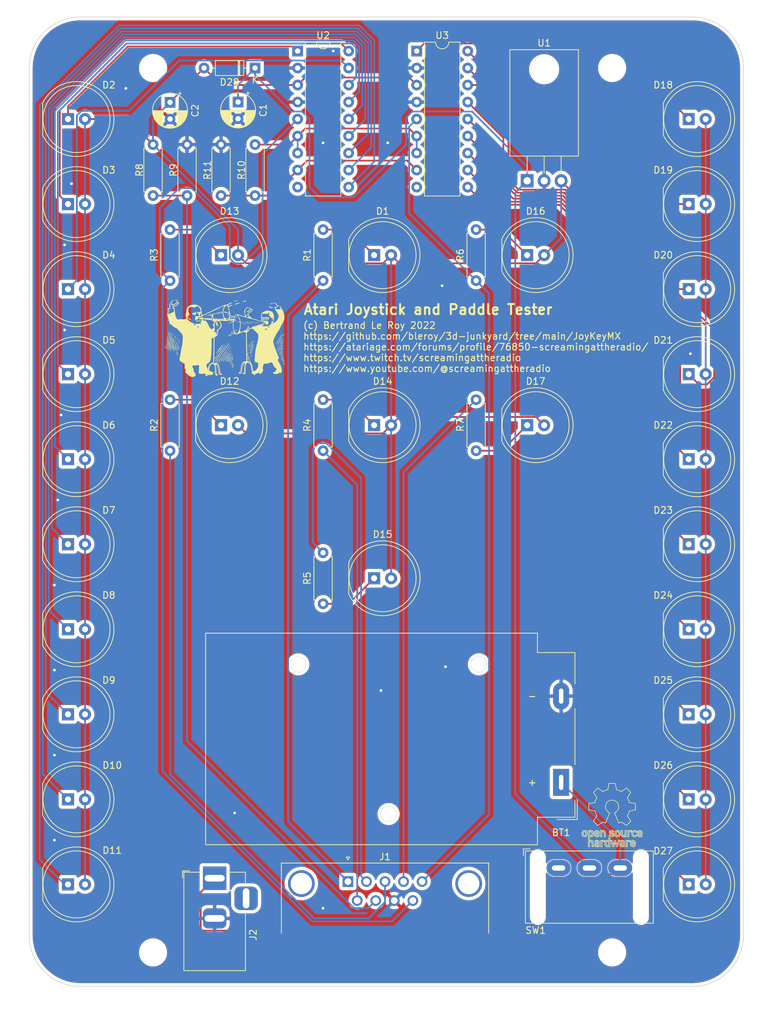
<source format=kicad_pcb>
(kicad_pcb (version 20211014) (generator pcbnew)
  (layers (0 "F.Cu" signal) (31 "B.Cu" signal) (34 "B.Paste" user) (35 "F.Paste" user) (36 "B.SilkS" user "B.Silkscreen") (37 "F.SilkS" user "F.Silkscreen") (38 "B.Mask" user) (39 "F.Mask" user) (44 "Edge.Cuts" user))
  (net 0 "")
  (net 1 "+9V")
  (net 2 "GND")
  (net 3 "9V")
  (net 4 "Net-(D1-Pad1)")
  (net 5 "Net-(D2-Pad1)")
  (net 6 "Net-(D3-Pad1)")
  (net 7 "Net-(D4-Pad1)")
  (net 8 "Net-(D5-Pad1)")
  (net 9 "Net-(D6-Pad1)")
  (net 10 "Net-(D7-Pad1)")
  (net 11 "Net-(D8-Pad1)")
  (net 12 "Net-(D9-Pad1)")
  (net 13 "Net-(D10-Pad1)")
  (net 14 "Net-(D11-Pad1)")
  (net 15 "Net-(D12-Pad1)")
  (net 16 "Net-(D13-Pad1)")
  (net 17 "Net-(D14-Pad1)")
  (net 18 "Net-(D15-Pad1)")
  (net 19 "Net-(D16-Pad1)")
  (net 20 "Net-(D17-Pad1)")
  (net 21 "Net-(D18-Pad1)")
  (net 22 "Net-(D19-Pad1)")
  (net 23 "Net-(D20-Pad1)")
  (net 24 "Net-(D21-Pad1)")
  (net 25 "Net-(D22-Pad1)")
  (net 26 "Net-(D23-Pad1)")
  (net 27 "Net-(D24-Pad1)")
  (net 28 "Net-(D25-Pad1)")
  (net 29 "Net-(D26-Pad1)")
  (net 30 "Net-(D27-Pad1)")
  (net 31 "UP")
  (net 32 "DOWN")
  (net 33 "LEFT")
  (net 34 "RIGHT")
  (net 35 "RIGHT PADDLE & FIRE")
  (net 36 "FIRE")
  (net 37 "5V")
  (net 38 "LEFT PADDLE & FIRE")
  (net 39 "Net-(BT1-Pad1)")
  (net 40 "REF OUT")
  (net 41 "REF ADJ")
  (footprint "Capacitor_THT:CP_Radial_D5.0mm_P2.50mm" (layer "F.Cu") (at 81.28 53.34 -90)
    (fp_text reference "C1")
    (fp_text value "10uF")
  )
  (footprint "LED_THT:LED_D10.0mm" (layer "F.Cu") (at 55.88 106.68)
    (fp_text reference "D6")
    (fp_text value "LED")
  )
  (footprint "Diode_THT:D_DO-35_SOD27_P7.62mm_Horizontal" (layer "F.Cu") (at 83.82 48.26 180)
    (fp_text reference "D28")
    (fp_text value "1N914")
  )
  (footprint "MountingHole:MountingHole_3.2mm_M3" (layer "F.Cu") (at 137.16 48.26)
    (fp_text reference "REF**" hide)
    (fp_text value "MountingHole_3.2mm_M3")
  )
  (footprint "Resistor_THT:R_Axial_DIN0207_L6.3mm_D2.5mm_P7.62mm_Horizontal" (layer "F.Cu") (at 93.98 105.41 90)
    (fp_text reference "R4")
    (fp_text value "1k")
  )
  (footprint "MountingHole:MountingHole_3.2mm_M3" (layer "F.Cu") (at 68.58 48.26)
    (fp_text reference "REF**" hide)
    (fp_text value "MountingHole_3.2mm_M3")
  )
  (footprint "LED_THT:LED_D10.0mm" (layer "F.Cu") (at 55.88 119.38)
    (fp_text reference "D7")
    (fp_text value "LED")
  )
  (footprint "LED_THT:LED_D10.0mm" (layer "F.Cu") (at 55.88 144.78)
    (fp_text reference "D9")
    (fp_text value "LED")
  )
  (footprint "Connector_Dsub:DSUB-9_Male_Horizontal_P2.77x2.84mm_EdgePinOffset4.94mm_Housed_MountingHolesOffset7.48mm" (layer "F.Cu") (at 97.69 169.754669)
    (fp_text reference "J1")
    (fp_text value "DB9_Male")
  )
  (footprint "LED_THT:LED_D10.0mm" (layer "F.Cu") (at 55.88 68.58)
    (fp_text reference "D3")
    (fp_text value "LED")
  )
  (footprint "MountingHole:MountingHole_3.2mm_M3" (layer "F.Cu") (at 137.16 180.34)
    (fp_text reference "REF**" hide)
    (fp_text value "MountingHole_3.2mm_M3")
  )
  (footprint "LED_THT:LED_D10.0mm" (layer "F.Cu") (at 124.46 76.2)
    (fp_text reference "D16")
    (fp_text value "LED")
  )
  (footprint "Resistor_THT:R_Axial_DIN0207_L6.3mm_D2.5mm_P7.62mm_Horizontal" (layer "F.Cu") (at 93.98 128.27 90)
    (fp_text reference "R5")
    (fp_text value "1k")
  )
  (footprint "LED_THT:LED_D10.0mm" (layer "F.Cu") (at 55.88 170.18)
    (fp_text reference "D11")
    (fp_text value "LED")
  )
  (footprint "Resistor_THT:R_Axial_DIN0207_L6.3mm_D2.5mm_P7.62mm_Horizontal" (layer "F.Cu") (at 116.84 105.41 90)
    (fp_text reference "R7")
    (fp_text value "1k")
  )
  (footprint "LED_THT:LED_D10.0mm" (layer "F.Cu") (at 55.88 157.48)
    (fp_text reference "D10")
    (fp_text value "LED")
  )
  (footprint "Package_DIP:DIP-18_W7.62mm" (layer "F.Cu") (at 107.96 45.72)
    (fp_text reference "U3")
    (fp_text value "LM3914V")
  )
  (footprint "LED_THT:LED_D10.0mm" (layer "F.Cu") (at 148.59 119.38)
    (fp_text reference "D23")
    (fp_text value "LED")
  )
  (footprint "Capacitor_THT:CP_Radial_D5.0mm_P2.50mm" (layer "F.Cu") (at 71.12 53.38 -90)
    (fp_text reference "C2")
    (fp_text value "1uF")
  )
  (footprint "LED_THT:LED_D10.0mm" (layer "F.Cu") (at 78.74 76.2)
    (fp_text reference "D13")
    (fp_text value "LED")
  )
  (footprint "LED_THT:LED_D10.0mm" (layer "F.Cu") (at 148.59 93.98)
    (fp_text reference "D21")
    (fp_text value "LED")
  )
  (footprint "LED_THT:LED_D10.0mm" (layer "F.Cu") (at 124.46 101.6)
    (fp_text reference "D17")
    (fp_text value "LED")
  )
  (footprint "Package_TO_SOT_THT:TO-220-3_Horizontal_TabDown" (layer "F.Cu") (at 124.46 65.1)
    (fp_text reference "U1")
    (fp_text value "LM7809_TO220")
  )
  (footprint "LED_THT:LED_D10.0mm" (layer "F.Cu") (at 55.88 81.28)
    (fp_text reference "D4")
    (fp_text value "LED")
  )
  (footprint "Resistor_THT:R_Axial_DIN0207_L6.3mm_D2.5mm_P7.62mm_Horizontal" (layer "F.Cu") (at 116.84 80.01 90)
    (fp_text reference "R6")
    (fp_text value "1k")
  )
  (footprint "Library:OSH_logo" (layer "F.Cu") (at 137.16 158.496)
    (fp_text reference "REF**" hide)
    (fp_text value "OSH_logo")
  )
  (footprint "LED_THT:LED_D10.0mm" (layer "F.Cu") (at 148.59 157.48)
    (fp_text reference "D26")
    (fp_text value "LED")
  )
  (footprint "LED_THT:LED_D10.0mm" (layer "F.Cu") (at 101.6 76.2)
    (fp_text reference "D1")
    (fp_text value "LED")
  )
  (footprint "Resistor_THT:R_Axial_DIN0207_L6.3mm_D2.5mm_P7.62mm_Horizontal" (layer "F.Cu") (at 78.74 67.31 90)
    (fp_text reference "R11")
    (fp_text value "3.83k")
  )
  (footprint "Library:ScreamingLogo" (layer "F.Cu") (at 79.381778 87.557601)
    (fp_text reference "G***" hide)
    (fp_text value "LOGO" hide)
  )
  (footprint "LED_THT:LED_D10.0mm" (layer "F.Cu") (at 148.59 144.78)
    (fp_text reference "D25")
    (fp_text value "LED")
  )
  (footprint "LED_THT:LED_D10.0mm" (layer "F.Cu") (at 148.59 81.28)
    (fp_text reference "D20")
    (fp_text value "LED")
  )
  (footprint "LED_THT:LED_D10.0mm" (layer "F.Cu") (at 55.88 55.88)
    (fp_text reference "D2")
    (fp_text value "LED")
  )
  (footprint "LED_THT:LED_D10.0mm" (layer "F.Cu") (at 148.59 170.18)
    (fp_text reference "D27")
    (fp_text value "LED")
  )
  (footprint "Package_DIP:DIP-18_W7.62mm" (layer "F.Cu") (at 90.18 45.72)
    (fp_text reference "U2")
    (fp_text value "LM3914V")
  )
  (footprint "LED_THT:LED_D10.0mm" (layer "F.Cu") (at 101.6 124.46)
    (fp_text reference "D15")
    (fp_text value "LED")
  )
  (footprint "LED_THT:LED_D10.0mm" (layer "F.Cu") (at 55.88 93.98)
    (fp_text reference "D5")
    (fp_text value "LED")
  )
  (footprint "LED_THT:LED_D10.0mm" (layer "F.Cu") (at 148.59 68.58)
    (fp_text reference "D19")
    (fp_text value "LED")
  )
  (footprint "Resistor_THT:R_Axial_DIN0207_L6.3mm_D2.5mm_P7.62mm_Horizontal" (layer "F.Cu") (at 73.66 67.31 90)
    (fp_text reference "R9")
    (fp_text value "1.25k")
  )
  (footprint "Resistor_THT:R_Axial_DIN0207_L6.3mm_D2.5mm_P7.62mm_Horizontal" (layer "F.Cu") (at 93.98 80.01 90)
    (fp_text reference "R1")
    (fp_text value "1k")
  )
  (footprint "LED_THT:LED_D10.0mm" (layer "F.Cu") (at 148.59 106.68)
    (fp_text reference "D22")
    (fp_text value "LED")
  )
  (footprint "Resistor_THT:R_Axial_DIN0207_L6.3mm_D2.5mm_P7.62mm_Horizontal" (layer "F.Cu") (at 71.12 80.01 90)
    (fp_text reference "R3")
    (fp_text value "1k")
  )
  (footprint "MountingHole:MountingHole_3.2mm_M3" (layer "F.Cu") (at 68.58 180.34)
    (fp_text reference "REF**" hide)
    (fp_text value "MountingHole_3.2mm_M3")
  )
  (footprint "LED_THT:LED_D10.0mm" (layer "F.Cu") (at 148.59 55.88)
    (fp_text reference "D18")
    (fp_text value "LED")
  )
  (footprint "Library:Slide Switch 3-pin" (layer "F.Cu") (at 129.154 167.729)
    (fp_text reference "SW1")
    (fp_text value "SWITCH" hide)
  )
  (footprint "Connector_BarrelJack:BarrelJack_Horizontal" (layer "F.Cu") (at 77.7825 169.26 90)
    (fp_text reference "J2")
    (fp_text value "Barrel_Jack")
  )
  (footprint "Resistor_THT:R_Axial_DIN0207_L6.3mm_D2.5mm_P7.62mm_Horizontal" (layer "F.Cu") (at 83.82 59.69 -90)
    (fp_text reference "R10")
    (fp_text value "1.21k")
  )
  (footprint "Resistor_THT:R_Axial_DIN0207_L6.3mm_D2.5mm_P7.62mm_Horizontal" (layer "F.Cu") (at 68.58 59.69 -90)
    (fp_text reference "R8")
    (fp_text value "1k")
  )
  (footprint "LED_THT:LED_D10.0mm" (layer "F.Cu") (at 148.59 132.08)
    (fp_text reference "D24")
    (fp_text value "LED")
  )
  (footprint "Battery:BatteryHolder_MPD_BA9VPC_1xPP3" (layer "F.Cu") (at 129.54 154.94 180)
    (fp_text reference "BT1")
    (fp_text value "9V")
  )
  (footprint "LED_THT:LED_D10.0mm" (layer "F.Cu") (at 55.88 132.08)
    (fp_text reference "D8")
    (fp_text value "LED")
  )
  (footprint "LED_THT:LED_D10.0mm" (layer "F.Cu") (at 101.6 101.6)
    (fp_text reference "D14")
    (fp_text value "LED")
  )
  (footprint "LED_THT:LED_D10.0mm" (layer "F.Cu") (at 78.74 101.6)
    (fp_text reference "D12")
    (fp_text value "LED")
  )
  (footprint "Resistor_THT:R_Axial_DIN0207_L6.3mm_D2.5mm_P7.62mm_Horizontal" (layer "F.Cu") (at 71.12 105.41 90)
    (fp_text reference "R2")
    (fp_text value "1k")
  )
  (gr_line (start 149.152154 40.64) (end 57.712154 40.64) (layer "Edge.Cuts") (width 0.1))
  (gr_line (start 156.772154 177.8) (end 156.772154 48.26) (layer "Edge.Cuts") (width 0.1))
  (gr_arc (start 57.712154 185.42) (mid 52.324 183.188154) (end 50.092154 177.8) (layer "Edge.Cuts") (width 0.1))
  (gr_arc (start 156.772154 177.8) (mid 154.540308 183.188154) (end 149.152154 185.42) (layer "Edge.Cuts") (width 0.1))
  (gr_line (start 57.712154 185.42) (end 149.152154 185.42) (layer "Edge.Cuts") (width 0.1))
  (gr_arc (start 149.152154 40.64) (mid 154.540308 42.871846) (end 156.772154 48.26) (layer "Edge.Cuts") (width 0.1))
  (gr_line (start 50.092154 48.26) (end 50.092154 177.8) (layer "Edge.Cuts") (width 0.1))
  (gr_arc (start 50.092154 48.26) (mid 52.324 42.871846) (end 57.712154 40.64) (layer "Edge.Cuts") (width 0.1))
  (gr_text "(c) Bertrand Le Roy 2022\nhttps://github.com/bleroy/3d-junkyard/tree/main/JoyKeyMX\nhttps://atariage.com/forums/profile/76850-screamingattheradio/\nhttps://www.twitch.tv/screamingattheradio\nhttps://www.youtube.com/@screamingattheradio" (at 90.932 89.916) (layer "F.SilkS") (effects (font (size 1 1)) (justify left)))
  (gr_text "Atari Joystick and Paddle Tester" (at 90.932 84.328) (layer "F.SilkS") (effects (font (size 1.5 1.5) (thickness 0.3)) (justify left)))
  (segment (start 107.296511 54.755489) (end 116.223489 54.755489) (width 0.25) (layer "B.Cu") (net 1))
  (segment (start 81.28 53.34) (end 81.28 50.8) (width 0.25) (layer "B.Cu") (net 1))
  (segment (start 91.948 55.88) (end 91.948 66.04) (width 0.25) (layer "B.Cu") (net 1))
  (segment (start 133.713 167.729) (end 122.692 156.708) (width 0.25) (layer "B.Cu") (net 1))
  (segment (start 90.823489 54.755489) (end 91.948 55.88) (width 0.25) (layer "B.Cu") (net 1))
  (segment (start 124.46 62.992) (end 124.46 65.1) (width 0.25) (layer "B.Cu") (net 1))
  (segment (start 89.265489 54.755489) (end 90.823489 54.755489) (width 0.25) (layer "B.Cu") (net 1))
  (segment (start 83.82 48.26) (end 83.82 49.31) (width 0.25) (layer "B.Cu") (net 1))
  (segment (start 116.223489 54.755489) (end 124.46 62.992) (width 0.25) (layer "B.Cu") (net 1))
  (segment (start 93.472 67.564) (end 98.552 67.564) (width 0.25) (layer "B.Cu") (net 1))
  (segment (start 133.754 167.729) (end 133.713 167.729) (width 0.25) (layer "B.Cu") (net 1))
  (segment (start 106.385969 55.666031) (end 107.296511 54.755489) (width 0.25) (layer "B.Cu") (net 1))
  (segment (start 106.385969 59.730031) (end 106.385969 55.666031) (width 0.25) (layer "B.Cu") (net 1))
  (segment (start 81.28 50.8) (end 83.82 48.26) (width 0.25) (layer "B.Cu") (net 1))
  (segment (start 91.948 66.04) (end 93.472 67.564) (width 0.25) (layer "B.Cu") (net 1))
  (segment (start 98.552 67.564) (end 106.385969 59.730031) (width 0.25) (layer "B.Cu") (net 1))
  (segment (start 83.82 49.31) (end 89.265489 54.755489) (width 0.25) (layer "B.Cu") (net 1))
  (segment (start 124.46 65.1) (end 122.692 66.868) (width 0.25) (layer "B.Cu") (net 1))
  (segment (start 122.692 66.868) (end 122.692 156.708) (width 0.25) (layer "B.Cu") (net 1))
  (via (at 93.98 173.736) (size 0.8) (drill 0.4) (layers "F.Cu" "B.Cu") (net 2))
  (via (at 95.504 45.72) (size 0.8) (drill 0.4) (layers "F.Cu" "B.Cu") (net 2))
  (via (at 55.372 74.676) (size 0.8) (drill 0.4) (layers "F.Cu" "B.Cu") (net 2))
  (via (at 102.616 141.224) (size 0.8) (drill 0.4) (layers "F.Cu" "B.Cu") (net 2))
  (via (at 111.76 80.772) (size 0.8) (drill 0.4) (layers "F.Cu" "B.Cu") (net 2))
  (via (at 80.772 159.512) (size 0.8) (drill 0.4) (layers "F.Cu" "B.Cu") (net 2))
  (via (at 64.516 51.308) (size 0.8) (drill 0.4) (layers "F.Cu" "B.Cu") (net 2))
  (via (at 112.268 137.668) (size 0.8) (drill 0.4) (layers "F.Cu" "B.Cu") (net 2))
  (via (at 148.844 90.932) (size 0.8) (drill 0.4) (layers "F.Cu" "B.Cu") (net 2))
  (via (at 54.864 100.076) (size 0.8) (drill 0.4) (layers "F.Cu" "B.Cu") (net 2))
  (via (at 53.848 138.176) (size 0.8) (drill 0.4) (layers "F.Cu" "B.Cu") (net 2))
  (via (at 53.848 163.576) (size 0.8) (drill 0.4) (layers "F.Cu" "B.Cu") (net 2))
  (via (at 56.388 65.532) (size 0.8) (drill 0.4) (layers "F.Cu" "B.Cu") (net 2))
  (via (at 93.98 59.436) (size 0.8) (drill 0.4) (layers "F.Cu" "B.Cu") (net 2))
  (via (at 55.372 87.376) (size 0.8) (drill 0.4) (layers "F.Cu" "B.Cu") (net 2))
  (via (at 53.848 125.476) (size 0.8) (drill 0.4) (layers "F.Cu" "B.Cu") (net 2))
  (via (at 54.356 112.776) (size 0.8) (drill 0.4) (layers "F.Cu" "B.Cu") (net 2))
  (via (at 103.632 59.436) (size 0.8) (drill 0.4) (layers "F.Cu" "B.Cu") (net 2))
  (via (at 53.848 150.876) (size 0.8) (drill 0.4) (layers "F.Cu" "B.Cu") (net 2))
  (segment (start 102.915489 77.424511) (end 82.504511 77.424511) (width 0.25) (layer "F.Cu") (net 3))
  (segment (start 129.54 65.1475) (end 151.13 86.7375) (width 0.25) (layer "F.Cu") (net 3))
  (segment (start 64.77 55.88) (end 68.58 59.69) (width 0.25) (layer "F.Cu") (net 3))
  (segment (start 151.13 86.7375) (end 151.13 93.98) (width 0.25) (layer "F.Cu") (net 3))
  (segment (start 58.42 55.88) (end 64.77 55.88) (width 0.25) (layer "F.Cu") (net 3))
  (segment (start 104.14 76.2) (end 102.915489 77.424511) (width 0.25) (layer "F.Cu") (net 3))
  (segment (start 71.12 53.38) (end 71.12 53.34) (width 0.25) (layer "F.Cu") (net 3))
  (segment (start 90.18 50.8) (end 78.74 50.8) (width 0.25) (layer "F.Cu") (net 3))
  (segment (start 91.304511 49.675489) (end 106.835489 49.675489) (width 0.25) (layer "F.Cu") (net 3))
  (segment (start 104.14 76.2) (end 105.364511 77.424511) (width 0.25) (layer "F.Cu") (net 3))
  (segment (start 105.364511 100.375489) (end 125.775489 100.375489) (width 0.25) (layer "F.Cu") (net 3))
  (segment (start 104.14 101.6) (end 105.364511 100.375489) (width 0.25) (layer "F.Cu") (net 3))
  (segment (start 78.74 50.8) (end 76.2 48.26) (width 0.25) (layer "F.Cu") (net 3))
  (segment (start 82.504511 77.424511) (end 81.28 76.2) (width 0.25) (layer "F.Cu") (net 3))
  (segment (start 125.775489 77.424511) (end 127 76.2) (width 0.25) (layer "F.Cu") (net 3))
  (segment (start 90.18 50.8) (end 91.304511 49.675489) (width 0.25) (layer "F.Cu") (net 3))
  (segment (start 81.28 101.6) (end 82.504511 102.824511) (width 0.25) (layer "F.Cu") (net 3))
  (segment (start 71.12 53.34) (end 76.2 48.26) (width 0.25) (layer "F.Cu") (net 3))
  (segment (start 105.364511 77.424511) (end 125.775489 77.424511) (width 0.25) (layer "F.Cu") (net 3))
  (segment (start 102.915489 102.824511) (end 104.14 101.6) (width 0.25) (layer "F.Cu") (net 3))
  (segment (start 106.835489 49.675489) (end 107.96 50.8) (width 0.25) (layer "F.Cu") (net 3))
  (segment (start 129.54 65.1) (end 129.54 65.1475) (width 0.25) (layer "F.Cu") (net 3))
  (segment (start 125.775489 100.375489) (end 127 101.6) (width 0.25) (layer "F.Cu") (net 3))
  (segment (start 82.504511 102.824511) (end 102.915489 102.824511) (width 0.25) (layer "F.Cu") (net 3))
  (segment (start 68.58 59.69) (end 68.58 55.92) (width 0.25) (layer "B.Cu") (net 3))
  (segment (start 58.42 157.48) (end 58.42 170.18) (width 0.25) (layer "B.Cu") (net 3))
  (segment (start 151.13 81.28) (end 151.13 93.98) (width 0.25) (layer "B.Cu") (net 3))
  (segment (start 104.14 76.2) (end 104.14 101.6) (width 0.25) (layer "B.Cu") (net 3))
  (segment (start 81.28 72.39) (end 81.28 76.2) (width 0.25) (layer "B.Cu") (net 3))
  (segment (start 104.14 101.6) (end 104.14 124.46) (width 0.25) (layer "B.Cu") (net 3))
  (segment (start 151.13 157.48) (end 151.13 170.18) (width 0.25) (layer "B.Cu") (net 3))
  (segment (start 151.13 55.88) (end 151.13 68.58) (width 0.25) (layer "B.Cu") (net 3))
  (segment (start 58.42 93.98) (end 58.42 106.68) (width 0.25) (layer "B.Cu") (net 3))
  (segment (start 68.58 59.69) (end 81.28 72.39) (width 0.25) (layer "B.Cu") (net 3))
  (segment (start 58.42 119.38) (end 58.42 132.08) (width 0.25) (layer "B.Cu") (net 3))
  (segment (start 58.42 55.88) (end 58.42 68.58) (width 0.25) (layer "B.Cu") (net 3))
  (segment (start 68.58 55.92) (end 71.12 53.38) (width 0.25) (layer "B.Cu") (net 3))
  (segment (start 151.13 119.38) (end 151.13 132.08) (width 0.25) (layer "B.Cu") (net 3))
  (segment (start 151.13 93.98) (end 151.13 106.68) (width 0.25) (layer "B.Cu") (net 3))
  (segment (start 151.13 144.78) (end 151.13 157.48) (width 0.25) (layer "B.Cu") (net 3))
  (segment (start 58.42 144.78) (end 58.42 157.48) (width 0.25) (layer "B.Cu") (net 3))
  (segment (start 129.54 65.1) (end 129.54 73.66) (width 0.25) (layer "B.Cu") (net 3))
  (segment (start 58.42 106.68) (end 58.42 119.38) (width 0.25) (layer "B.Cu") (net 3))
  (segment (start 58.42 68.58) (end 58.42 81.28) (width 0.25) (layer "B.Cu") (net 3))
  (segment (start 151.13 132.08) (end 151.13 144.78) (width 0.25) (layer "B.Cu") (net 3))
  (segment (start 151.13 106.68) (end 151.13 119.38) (width 0.25) (layer "B.Cu") (net 3))
  (segment (start 58.42 132.08) (end 58.42 144.78) (width 0.25) (layer "B.Cu") (net 3))
  (segment (start 129.54 73.66) (end 127 76.2) (width 0.25) (layer "B.Cu") (net 3))
  (segment (start 151.13 68.58) (end 151.13 81.28) (width 0.25) (layer "B.Cu") (net 3))
  (segment (start 58.42 81.28) (end 58.42 93.98) (width 0.25) (layer "B.Cu") (net 3))
  (segment (start 97.79 72.39) (end 101.6 76.2) (width 0.25) (layer "F.Cu") (net 4))
  (segment (start 93.98 72.39) (end 97.79 72.39) (width 0.25) (layer "F.Cu") (net 4))
  (segment (start 64.810709 45.045009) (end 89.505009 45.045009) (width 0.25) (layer "F.Cu") (net 5))
  (segment (start 55.88 53.975718) (end 64.810709 45.045009) (width 0.25) (layer "F.Cu") (net 5))
  (segment (start 55.88 55.88) (end 55.88 53.975718) (width 0.25) (layer "F.Cu") (net 5))
  (segment (start 89.505009 45.045009) (end 90.18 45.72) (width 0.25) (layer "F.Cu") (net 5))
  (segment (start 54.655489 67.355489) (end 55.88 68.58) (width 0.25) (layer "F.Cu") (net 6))
  (segment (start 97.8 45.72) (end 96.675489 44.595489) (width 0.25) (layer "F.Cu") (net 6))
  (segment (start 64.624511 44.595489) (end 54.655489 54.564511) (width 0.25) (layer "F.Cu") (net 6))
  (segment (start 54.655489 54.564511) (end 54.655489 67.355489) (width 0.25) (layer "F.Cu") (net 6))
  (segment (start 96.675489 44.595489) (end 64.624511 44.595489) (width 0.25) (layer "F.Cu") (net 6))
  (segment (start 97.8 48.26) (end 96.675489 47.135489) (width 0.25) (layer "B.Cu") (net 7))
  (segment (start 96.675489 47.135489) (end 72.496906 47.135489) (width 0.25) (layer "B.Cu") (net 7))
  (segment (start 72.496906 47.135489) (end 64.976906 54.655489) (width 0.25) (layer "B.Cu") (net 7))
  (segment (start 57.195489 55.37279) (end 57.195489 79.964511) (width 0.25) (layer "B.Cu") (net 7))
  (segment (start 57.195489 79.964511) (end 55.88 81.28) (width 0.25) (layer "B.Cu") (net 7))
  (segment (start 57.91279 54.655489) (end 57.195489 55.37279) (width 0.25) (layer "B.Cu") (net 7))
  (segment (start 64.976906 54.655489) (end 57.91279 54.655489) (width 0.25) (layer "B.Cu") (net 7))
  (segment (start 64.624511 44.595489) (end 98.265789 44.595489) (width 0.25) (layer "B.Cu") (net 8))
  (segment (start 54.356 54.864) (end 64.624511 44.595489) (width 0.25) (layer "B.Cu") (net 8))
  (segment (start 98.924511 49.675489) (end 97.8 50.8) (width 0.25) (layer "B.Cu") (net 8))
  (segment (start 54.356 92.456) (end 54.356 54.864) (width 0.25) (layer "B.Cu") (net 8))
  (segment (start 98.265789 44.595489) (end 98.924511 45.254211) (width 0.25) (layer "B.Cu") (net 8))
  (segment (start 98.924511 45.254211) (end 98.924511 49.675489) (width 0.25) (layer "B.Cu") (net 8))
  (segment (start 55.88 93.98) (end 54.356 92.456) (width 0.25) (layer "B.Cu") (net 8))
  (segment (start 97.8 53.34) (end 99.374031 51.765969) (width 0.25) (layer "B.Cu") (net 9))
  (segment (start 99.374031 45.068013) (end 98.451986 44.145969) (width 0.25) (layer "B.Cu") (net 9))
  (segment (start 64.438314 44.145969) (end 53.90648 54.677802) (width 0.25) (layer "B.Cu") (net 9))
  (segment (start 99.374031 51.765969) (end 99.374031 45.068013) (width 0.25) (layer "B.Cu") (net 9))
  (segment (start 98.451986 44.145969) (end 64.438314 44.145969) (width 0.25) (layer "B.Cu") (net 9))
  (segment (start 53.90648 54.677802) (end 53.90648 104.70648) (width 0.25) (layer "B.Cu") (net 9))
  (segment (start 53.90648 104.70648) (end 55.88 106.68) (width 0.25) (layer "B.Cu") (net 9))
  (segment (start 99.823551 53.856449) (end 99.82355 44.881815) (width 0.25) (layer "B.Cu") (net 10))
  (segment (start 97.8 55.88) (end 99.823551 53.856449) (width 0.25) (layer "B.Cu") (net 10))
  (segment (start 64.252117 43.696449) (end 53.45696 54.491604) (width 0.25) (layer "B.Cu") (net 10))
  (segment (start 99.82355 44.881815) (end 98.638184 43.696449) (width 0.25) (layer "B.Cu") (net 10))
  (segment (start 53.45696 116.95696) (end 55.88 119.38) (width 0.25) (layer "B.Cu") (net 10))
  (segment (start 98.638184 43.696449) (end 64.252117 43.696449) (width 0.25) (layer "B.Cu") (net 10))
  (segment (start 53.45696 54.491604) (end 53.45696 116.95696) (width 0.25) (layer "B.Cu") (net 10))
  (segment (start 55.88 132.08) (end 53.00744 129.20744) (width 0.25) (layer "B.Cu") (net 11))
  (segment (start 53.00744 54.30541) (end 64.06592 43.246929) (width 0.25) (layer "B.Cu") (net 11))
  (segment (start 100.273071 55.946929) (end 97.8 58.42) (width 0.25) (layer "B.Cu") (net 11))
  (segment (start 100.273071 44.695618) (end 100.273071 55.946929) (width 0.25) (layer "B.Cu") (net 11))
  (segment (start 64.06592 43.246929) (end 98.824382 43.246929) (width 0.25) (layer "B.Cu") (net 11))
  (segment (start 53.00744 129.20744) (end 53.00744 54.30541) (width 0.25) (layer "B.Cu") (net 11))
  (segment (start 98.824382 43.246929) (end 100.273071 44.695618) (width 0.25) (layer "B.Cu") (net 11))
  (segment (start 52.55792 141.45792) (end 55.88 144.78) (width 0.25) (layer "B.Cu") (net 12))
  (segment (start 52.55792 54.119212) (end 52.55792 141.45792) (width 0.25) (layer "B.Cu") (net 12))
  (segment (start 99.01058 42.797409) (end 63.879723 42.797409) (width 0.25) (layer "B.Cu") (net 12))
  (segment (start 63.879723 42.797409) (end 52.55792 54.119212) (width 0.25) (layer "B.Cu") (net 12))
  (segment (start 100.722591 58.037409) (end 100.722591 44.50942) (width 0.25) (layer "B.Cu") (net 12))
  (segment (start 100.722591 44.50942) (end 99.01058 42.797409) (width 0.25) (layer "B.Cu") (net 12))
  (segment (start 97.8 60.96) (end 100.722591 58.037409) (width 0.25) (layer "B.Cu") (net 12))
  (segment (start 99.196777 42.347889) (end 63.693526 42.347889) (width 0.25) (layer "B.Cu") (net 13))
  (segment (start 52.1084 53.933015) (end 52.1084 153.7084) (width 0.25) (layer "B.Cu") (net 13))
  (segment (start 63.693526 42.347889) (end 52.1084 53.933015) (width 0.25) (layer "B.Cu") (net 13))
  (segment (start 52.1084 153.7084) (end 55.88 157.48) (width 0.25) (layer "B.Cu") (net 13))
  (segment (start 101.172111 60.127889) (end 101.172111 44.323223) (width 0.25) (layer "B.Cu") (net 13))
  (segment (start 101.172111 44.323223) (end 99.196777 42.347889) (width 0.25) (layer "B.Cu") (net 13))
  (segment (start 97.8 63.5) (end 101.172111 60.127889) (width 0.25) (layer "B.Cu") (net 13))
  (segment (start 51.65888 53.746818) (end 51.65888 166.46688) (width 0.25) (layer "B.Cu") (net 14))
  (segment (start 101.621631 62.218369) (end 101.621631 44.137026) (width 0.25) (layer "B.Cu") (net 14))
  (segment (start 99.382974 41.898369) (end 63.507329 41.898369) (width 0.25) (layer "B.Cu") (net 14))
  (segment (start 101.621631 44.137026) (end 99.382974 41.898369) (width 0.25) (layer "B.Cu") (net 14))
  (segment (start 97.8 66.04) (end 101.621631 62.218369) (width 0.25) (layer "B.Cu") (net 14))
  (segment (start 55.372 170.18) (end 55.88 170.18) (width 0.25) (layer "B.Cu") (net 14))
  (segment (start 63.507329 41.898369) (end 51.65888 53.746818) (width 0.25) (layer "B.Cu") (net 14))
  (segment (start 51.65888 166.46688) (end 55.372 170.18) (width 0.25) (layer "B.Cu") (net 14))
  (segment (start 74.93 97.79) (end 78.74 101.6) (width 0.25) (layer "F.Cu") (net 15))
  (segment (start 71.12 97.79) (end 74.93 97.79) (width 0.25) (layer "F.Cu") (net 15))
  (segment (start 71.12 72.39) (end 74.93 72.39) (width 0.25) (layer "F.Cu") (net 16))
  (segment (start 74.93 72.39) (end 78.74 76.2) (width 0.25) (layer "F.Cu") (net 16))
  (segment (start 97.79 97.79) (end 101.6 101.6) (width 0.25) (layer "F.Cu") (net 17))
  (segment (start 93.98 97.79) (end 97.79 97.79) (width 0.25) (layer "F.Cu") (net 17))
  (segment (start 93.98 128.27) (end 97.79 128.27) (width 0.25) (layer "F.Cu") (net 18))
  (segment (start 97.79 128.27) (end 101.6 124.46) (width 0.25) (layer "F.Cu") (net 18))
  (segment (start 116.84 72.39) (end 120.65 72.39) (width 0.25) (layer "F.Cu") (net 19))
  (segment (start 120.65 72.39) (end 124.46 76.2) (width 0.25) (layer "F.Cu") (net 19))
  (segment (start 120.65 105.41) (end 124.46 101.6) (width 0.25) (layer "F.Cu") (net 20))
  (segment (start 116.84 105.41) (end 120.65 105.41) (width 0.25) (layer "F.Cu") (net 20))
  (segment (start 107.96 45.72) (end 109.084511 44.595489) (width 0.25) (layer "F.Cu") (net 21))
  (segment (start 137.305489 44.595489) (end 148.59 55.88) (width 0.25) (layer "F.Cu") (net 21))
  (segment (start 109.084511 44.595489) (end 137.305489 44.595489) (width 0.25) (layer "F.Cu") (net 21))
  (segment (start 138.44 68.58) (end 148.59 68.58) (width 0.25) (layer "F.Cu") (net 22))
  (segment (start 115.58 45.72) (end 138.44 68.58) (width 0.25) (layer "F.Cu") (net 22))
  (segment (start 148.59 81.27) (end 148.59 81.28) (width 0.25) (layer "F.Cu") (net 23))
  (segment (start 146.943936 81.28) (end 132.150629 66.486693) (width 0.25) (layer "F.Cu") (net 23))
  (segment (start 115.58 48.26) (end 132.150629 64.830629) (width 0.25) (layer "F.Cu") (net 23))
  (segment (start 148.59 81.28) (end 146.943936 81.28) (width 0.25) (layer "F.Cu") (net 23))
  (segment (start 132.150629 66.486693) (end 132.150629 64.830629) (width 0.25) (layer "F.Cu") (net 23))
  (segment (start 152.4 87.371783) (end 147.32 82.291782) (width 0.25) (layer "F.Cu") (net 24))
  (segment (start 147.32 82.291782) (end 131.701109 66.672891) (width 0.25) (layer "F.Cu") (net 24))
  (segment (start 150.114 95.504) (end 151.337721 95.504) (width 0.25) (layer "F.Cu") (net 24))
  (segment (start 117.484282 50.8) (end 115.58 50.8) (width 0.25) (layer "F.Cu") (net 24))
  (segment (start 152.4 94.441721) (end 152.4 87.371783) (width 0.25) (layer "F.Cu") (net 24))
  (segment (start 131.701109 66.672891) (end 131.701109 65.016827) (width 0.25) (layer "F.Cu") (net 24))
  (segment (start 151.337721 95.504) (end 152.4 94.441721) (width 0.25) (layer "F.Cu") (net 24))
  (segment (start 131.701109 65.016827) (end 117.484282 50.8) (width 0.25) (layer "F.Cu") (net 24))
  (segment (start 148.59 93.98) (end 150.114 95.504) (width 0.25) (layer "F.Cu") (net 24))
  (segment (start 120.904 58.664) (end 115.58 53.34) (width 0.25) (layer "F.Cu") (net 25))
  (segment (start 123.182998 66.42452) (end 120.904 64.145522) (width 0.25) (layer "F.Cu") (net 25))
  (segment (start 148.59 106.68) (end 147.32 105.41) (width 0.25) (layer "F.Cu") (net 25))
  (segment (start 147.32 83.563218) (end 130.181302 66.42452) (width 0.25) (layer "F.Cu") (net 25))
  (segment (start 147.32 105.41) (end 147.32 83.563218) (width 0.25) (layer "F.Cu") (net 25))
  (segment (start 120.904 64.145522) (end 120.904 58.664) (width 0.25) (layer "F.Cu") (net 25))
  (segment (start 130.181302 66.42452) (end 123.182998 66.42452) (width 0.25) (layer "F.Cu") (net 25))
  (segment (start 146.87048 117.66048) (end 148.59 119.38) (width 0.25) (layer "F.Cu") (net 26))
  (segment (start 115.58 55.88) (end 120.45448 60.75448) (width 0.25) (layer "F.Cu") (net 26))
  (segment (start 120.45448 60.75448) (end 120.45448 64.33172) (width 0.25) (layer "F.Cu") (net 26))
  (segment (start 146.87048 83.749416) (end 146.87048 117.66048) (width 0.25) (layer "F.Cu") (net 26))
  (segment (start 129.995104 66.87404) (end 146.87048 83.749416) (width 0.25) (layer "F.Cu") (net 26))
  (segment (start 122.9968 66.87404) (end 129.995104 66.87404) (width 0.25) (layer "F.Cu") (net 26))
  (segment (start 120.45448 64.33172) (end 122.9968 66.87404) (width 0.25) (layer "F.Cu") (net 26))
  (segment (start 115.58 58.42) (end 120.00496 62.84496) (width 0.25) (layer "F.Cu") (net 27))
  (segment (start 120.00496 62.84496) (end 120.00496 64.517917) (width 0.25) (layer "F.Cu") (net 27))
  (segment (start 129.808906 67.32356) (end 146.42096 83.935614) (width 0.25) (layer "F.Cu") (net 27))
  (segment (start 146.42096 129.91096) (end 148.59 132.08) (width 0.25) (layer "F.Cu") (net 27))
  (segment (start 122.810603 67.32356) (end 129.808906 67.32356) (width 0.25) (layer "F.Cu") (net 27))
  (segment (start 146.42096 83.935614) (end 146.42096 129.91096) (width 0.25) (layer "F.Cu") (net 27))
  (segment (start 120.00496 64.517917) (end 122.810603 67.32356) (width 0.25) (layer "F.Cu") (net 27))
  (segment (start 145.97144 84.121812) (end 145.97144 142.16144) (width 0.25) (layer "F.Cu") (net 28))
  (segment (start 115.58 60.96) (end 122.39308 67.77308) (width 0.25) (layer "F.Cu") (net 28))
  (segment (start 145.97144 142.16144) (end 148.59 144.78) (width 0.25) (layer "F.Cu") (net 28))
  (segment (start 122.39308 67.77308) (end 129.622708 67.77308) (width 0.25) (layer "F.Cu") (net 28))
  (segment (start 129.622708 67.77308) (end 145.97144 84.121812) (width 0.25) (layer "F.Cu") (net 28))
  (segment (start 129.43651 68.2226) (end 145.52192 84.30801) (width 0.25) (layer "F.Cu") (net 29))
  (segment (start 120.3026 68.2226) (end 129.43651 68.2226) (width 0.25) (layer "F.Cu") (net 29))
  (segment (start 115.58 63.5) (end 120.3026 68.2226) (width 0.25) (layer "F.Cu") (net 29))
  (segment (start 145.52192 84.30801) (end 145.52192 154.41192) (width 0.25) (layer "F.Cu") (net 29))
  (segment (start 145.52192 154.41192) (end 148.59 157.48) (width 0.25) (layer "F.Cu") (net 29))
  (segment (start 129.250312 68.67212) (end 145.0724 84.494208) (width 0.25) (layer "F.Cu") (net 30))
  (segment (start 145.0724 84.494208) (end 145.0724 166.6624) (width 0.25) (layer "F.Cu") (net 30))
  (segment (start 118.21212 68.67212) (end 129.250312 68.67212) (width 0.25) (layer "F.Cu") (net 30))
  (segment (start 145.0724 166.6624) (end 148.59 170.18) (width 0.25) (layer "F.Cu") (net 30))
  (segment (start 115.58 66.04) (end 118.21212 68.67212) (width 0.25) (layer "F.Cu") (net 30))
  (segment (start 93.98 80.01) (end 88.760479 85.229521) (width 0.25) (layer "B.Cu") (net 31))
  (segment (start 88.760479 85.229521) (end 88.760479 160.825147) (width 0.25) (layer "B.Cu") (net 31))
  (segment (start 88.760479 160.825147) (end 97.69 169.754669) (width 0.25) (layer "B.Cu") (net 31))
  (segment (start 99.660001 109.499701) (end 94.445789 104.285489) (width 0.25) (layer "B.Cu") (net 32))
  (segment (start 92.456 119.126) (end 93.98 120.65) (width 0.25) (layer "B.Cu") (net 32))
  (segment (start 92.456 105.156) (end 92.456 119.126) (width 0.25) (layer "B.Cu") (net 32))
  (segment (start 99.660001 168.95467) (end 99.660001 109.499701) (width 0.25) (layer "B.Cu") (net 32))
  (segment (start 100.46 169.754669) (end 99.660001 168.95467) (width 0.25) (layer "B.Cu") (net 32))
  (segment (start 93.326511 104.285489) (end 92.456 105.156) (width 0.25) (layer "B.Cu") (net 32))
  (segment (start 94.445789 104.285489) (end 93.326511 104.285489) (width 0.25) (layer "B.Cu") (net 32))
  (segment (start 100.769969 175.26) (end 92.647975 175.26) (width 0.25) (layer "B.Cu") (net 33))
  (segment (start 103.23 169.754669) (end 103.23 172.799969) (width 0.25) (layer "B.Cu") (net 33))
  (segment (start 71.12 153.732025) (end 71.12 105.41) (width 0.25) (layer "B.Cu") (net 33))
  (segment (start 103.23 172.799969) (end 100.769969 175.26) (width 0.25) (layer "B.Cu") (net 33))
  (segment (start 92.647975 175.26) (end 71.12 153.732025) (width 0.25) (layer "B.Cu") (net 33))
  (segment (start 116.84 97.79) (end 106 108.63) (width 0.25) (layer "B.Cu") (net 34))
  (segment (start 106 108.63) (end 106 169.754669) (width 0.25) (layer "B.Cu") (net 34))
  (segment (start 106.835489 70.005489) (end 116.84 80.01) (width 0.25) (layer "B.Cu") (net 35))
  (segment (start 108.77 169.754669) (end 118.769521 159.755148) (width 0.25) (layer "B.Cu") (net 35))
  (segment (start 107.96 55.88) (end 106.835489 57.004511) (width 0.25) (layer "B.Cu") (net 35))
  (segment (start 118.769521 81.939521) (end 116.84 80.01) (width 0.25) (layer "B.Cu") (net 35))
  (segment (start 118.769521 159.755148) (end 118.769521 81.939521) (width 0.25) (layer "B.Cu") (net 35))
  (segment (start 106.835489 57.004511) (end 106.835489 70.005489) (width 0.25) (layer "B.Cu") (net 35))
  (segment (start 99.075 172.594669) (end 99.075 110.505) (width 0.25) (layer "B.Cu") (net 36))
  (segment (start 99.075 110.505) (end 93.98 105.41) (width 0.25) (layer "B.Cu") (net 36))
  (segment (start 68.58 67.31) (end 73.66 67.31) (width 0.25) (layer "F.Cu") (net 37))
  (segment (start 101.845 172.594669) (end 100.720489 173.71918) (width 0.25) (layer "B.Cu") (net 37))
  (segment (start 73.66 148.769969) (end 73.66 67.31) (width 0.25) (layer "B.Cu") (net 37))
  (segment (start 100.720489 173.71918) (end 98.609211 173.71918) (width 0.25) (layer "B.Cu") (net 37))
  (segment (start 98.609211 173.71918) (end 73.66 148.769969) (width 0.25) (layer "B.Cu") (net 37))
  (segment (start 69.995489 153.307489) (end 69.995489 81.134511) (width 0.25) (layer "B.Cu") (net 38))
  (segment (start 74.313489 66.185489) (end 72.498511 66.185489) (width 0.25) (layer "B.Cu") (net 38))
  (segment (start 69.596 78.486) (end 71.12 80.01) (width 0.25) (layer "B.Cu") (net 38))
  (segment (start 84.944511 61.115489) (end 84.944511 74.567489) (width 0.25) (layer "B.Cu") (net 38))
  (segment (start 92.39752 175.70952) (end 69.995489 153.307489) (width 0.25) (layer "B.Cu") (net 38))
  (segment (start 104.270149 175.70952) (end 92.39752 175.70952) (width 0.25) (layer "B.Cu") (net 38))
  (segment (start 80.77279 77.424511) (end 80.055489 76.70721) (width 0.25) (layer "B.Cu") (net 38))
  (segment (start 80.055489 76.70721) (end 80.055489 71.927489) (width 0.25) (layer "B.Cu") (net 38))
  (segment (start 84.944511 74.567489) (end 82.087489 77.424511) (width 0.25) (layer "B.Cu") (net 38))
  (segment (start 69.995489 81.134511) (end 71.12 80.01) (width 0.25) (layer "B.Cu") (net 38))
  (segment (start 80.055489 71.927489) (end 74.313489 66.185489) (width 0.25) (layer "B.Cu") (net 38))
  (segment (start 90.18 55.88) (end 84.944511 61.115489) (width 0.25) (layer "B.Cu") (net 38))
  (segment (start 107.385 172.594669) (end 104.270149 175.70952) (width 0.25) (layer "B.Cu") (net 38))
  (segment (start 82.087489 77.424511) (end 80.77279 77.424511) (width 0.25) (layer "B.Cu") (net 38))
  (segment (start 69.596 69.088) (end 69.596 78.486) (width 0.25) (layer "B.Cu") (net 38))
  (segment (start 72.498511 66.185489) (end 69.596 69.088) (width 0.25) (layer "B.Cu") (net 38))
  (segment (start 137.843 167.729) (end 128.48748 177.08452) (width 0.25) (layer "F.Cu") (net 39))
  (segment (start 77.7825 169.26) (end 75.70798 171.33452) (width 0.25) (layer "F.Cu") (net 39))
  (segment (start 75.99252 177.08452) (end 128.48748 177.08452) (width 0.25) (layer "F.Cu") (net 39))
  (segment (start 75.70798 176.79998) (end 75.99252 177.08452) (width 0.25) (layer "F.Cu") (net 39))
  (segment (start 75.70798 171.33452) (end 75.70798 176.79998) (width 0.25) (layer "F.Cu") (net 39))
  (segment (start 138.354 167.729) (end 137.843 167.729) (width 0.25) (layer "F.Cu") (net 39))
  (segment (start 138.354 167.729) (end 138.354 163.754) (width 0.25) (layer "B.Cu") (net 39))
  (segment (start 138.354 163.754) (end 129.54 154.94) (width 0.25) (layer "B.Cu") (net 39))
  (segment (start 91.304511 57.295489) (end 106.835489 57.295489) (width 0.25) (layer "F.Cu") (net 40))
  (segment (start 88.91 59.69) (end 90.18 58.42) (width 0.25) (layer "F.Cu") (net 40))
  (segment (start 90.18 58.42) (end 91.304511 57.295489) (width 0.25) (layer "F.Cu") (net 40))
  (segment (start 106.835489 57.295489) (end 107.96 58.42) (width 0.25) (layer "F.Cu") (net 40))
  (segment (start 83.82 59.69) (end 88.91 59.69) (width 0.25) (layer "F.Cu") (net 40))
  (segment (start 90.18 58.42) (end 90.18 60.96) (width 0.25) (layer "B.Cu") (net 40))
  (segment (start 107.96 58.42) (end 107.96 60.96) (width 0.25) (layer "B.Cu") (net 40))
  (segment (start 91.595489 62.084511) (end 106.544511 62.084511) (width 0.25) (layer "F.Cu") (net 41))
  (segment (start 83.82 67.31) (end 86.37 67.31) (width 0.25) (layer "F.Cu") (net 41))
  (segment (start 78.74 67.31) (end 83.82 67.31) (width 0.25) (layer "F.Cu") (net 41))
  (segment (start 106.544511 62.084511) (end 107.96 63.5) (width 0.25) (layer "F.Cu") (net 41))
  (segment (start 90.18 63.5) (end 91.595489 62.084511) (width 0.25) (layer "F.Cu") (net 41))
  (segment (start 86.37 67.31) (end 90.18 63.5) (width 0.25) (layer "F.Cu") (net 41))
  (zone (net 2) (net_name "GND") (layers F&B.Cu) (connect_pads (clearance 0.508)) (min_thickness 0.254) (fill yes (thermal_gap 0.508) (thermal_bridge_width 0.508))
    (polygon (pts (xy 161.036 191.008) (xy 45.72 191.008) (xy 45.72 38.1) (xy 161.036 38.1)))
  )
)
</source>
